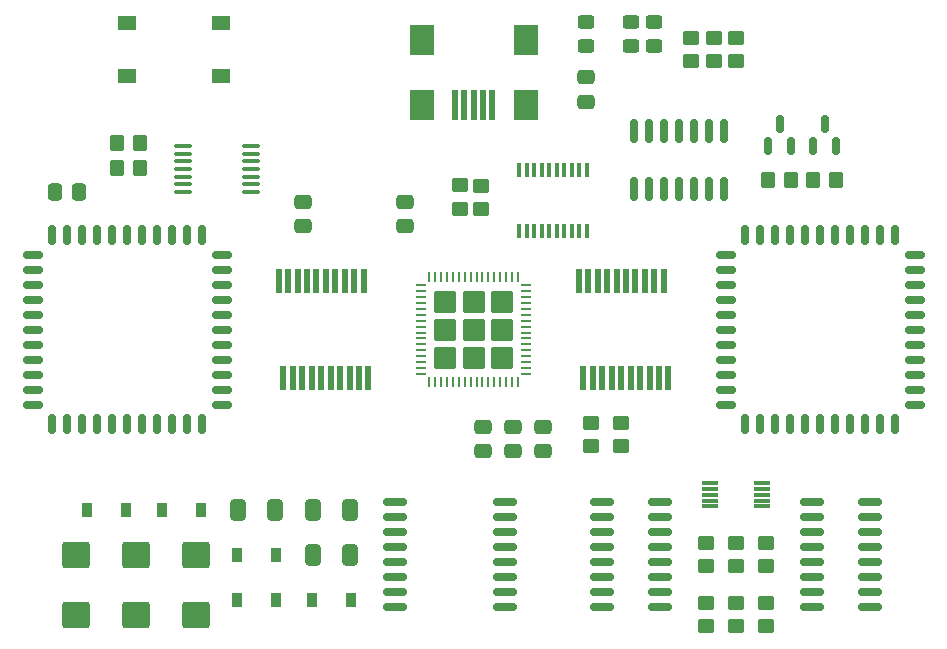
<source format=gbr>
G04 #@! TF.GenerationSoftware,KiCad,Pcbnew,(6.0.6-0)*
G04 #@! TF.CreationDate,2022-07-20T14:24:46-07:00*
G04 #@! TF.ProjectId,BreadControlV3,42726561-6443-46f6-9e74-726f6c56332e,rev?*
G04 #@! TF.SameCoordinates,Original*
G04 #@! TF.FileFunction,Paste,Top*
G04 #@! TF.FilePolarity,Positive*
%FSLAX46Y46*%
G04 Gerber Fmt 4.6, Leading zero omitted, Abs format (unit mm)*
G04 Created by KiCad (PCBNEW (6.0.6-0)) date 2022-07-20 14:24:46*
%MOMM*%
%LPD*%
G01*
G04 APERTURE LIST*
G04 Aperture macros list*
%AMRoundRect*
0 Rectangle with rounded corners*
0 $1 Rounding radius*
0 $2 $3 $4 $5 $6 $7 $8 $9 X,Y pos of 4 corners*
0 Add a 4 corners polygon primitive as box body*
4,1,4,$2,$3,$4,$5,$6,$7,$8,$9,$2,$3,0*
0 Add four circle primitives for the rounded corners*
1,1,$1+$1,$2,$3*
1,1,$1+$1,$4,$5*
1,1,$1+$1,$6,$7*
1,1,$1+$1,$8,$9*
0 Add four rect primitives between the rounded corners*
20,1,$1+$1,$2,$3,$4,$5,0*
20,1,$1+$1,$4,$5,$6,$7,0*
20,1,$1+$1,$6,$7,$8,$9,0*
20,1,$1+$1,$8,$9,$2,$3,0*%
G04 Aperture macros list end*
%ADD10RoundRect,0.250000X0.450000X-0.325000X0.450000X0.325000X-0.450000X0.325000X-0.450000X-0.325000X0*%
%ADD11RoundRect,0.250000X-0.925000X0.875000X-0.925000X-0.875000X0.925000X-0.875000X0.925000X0.875000X0*%
%ADD12RoundRect,0.250000X-0.450000X0.350000X-0.450000X-0.350000X0.450000X-0.350000X0.450000X0.350000X0*%
%ADD13R,0.400000X1.200000*%
%ADD14RoundRect,0.250000X0.450000X-0.350000X0.450000X0.350000X-0.450000X0.350000X-0.450000X-0.350000X0*%
%ADD15RoundRect,0.250000X-0.412500X-0.650000X0.412500X-0.650000X0.412500X0.650000X-0.412500X0.650000X0*%
%ADD16RoundRect,0.150000X-0.875000X-0.150000X0.875000X-0.150000X0.875000X0.150000X-0.875000X0.150000X0*%
%ADD17RoundRect,0.250000X-0.350000X-0.450000X0.350000X-0.450000X0.350000X0.450000X-0.350000X0.450000X0*%
%ADD18RoundRect,0.150000X-0.150000X0.825000X-0.150000X-0.825000X0.150000X-0.825000X0.150000X0.825000X0*%
%ADD19RoundRect,0.249999X0.710001X0.710001X-0.710001X0.710001X-0.710001X-0.710001X0.710001X-0.710001X0*%
%ADD20RoundRect,0.062500X0.350000X0.062500X-0.350000X0.062500X-0.350000X-0.062500X0.350000X-0.062500X0*%
%ADD21RoundRect,0.062500X0.062500X0.350000X-0.062500X0.350000X-0.062500X-0.350000X0.062500X-0.350000X0*%
%ADD22RoundRect,0.250000X0.412500X0.650000X-0.412500X0.650000X-0.412500X-0.650000X0.412500X-0.650000X0*%
%ADD23RoundRect,0.250000X0.350000X0.450000X-0.350000X0.450000X-0.350000X-0.450000X0.350000X-0.450000X0*%
%ADD24R,0.500000X2.500000*%
%ADD25R,2.000000X2.500000*%
%ADD26R,0.558800X2.108200*%
%ADD27RoundRect,0.250000X0.475000X-0.337500X0.475000X0.337500X-0.475000X0.337500X-0.475000X-0.337500X0*%
%ADD28RoundRect,0.250000X-0.475000X0.337500X-0.475000X-0.337500X0.475000X-0.337500X0.475000X0.337500X0*%
%ADD29R,0.900000X1.200000*%
%ADD30RoundRect,0.150000X0.150000X-0.587500X0.150000X0.587500X-0.150000X0.587500X-0.150000X-0.587500X0*%
%ADD31R,1.400000X0.300000*%
%ADD32RoundRect,0.150000X-0.150000X-0.700000X0.150000X-0.700000X0.150000X0.700000X-0.150000X0.700000X0*%
%ADD33RoundRect,0.150000X-0.700000X-0.150000X0.700000X-0.150000X0.700000X0.150000X-0.700000X0.150000X0*%
%ADD34R,1.550000X1.300000*%
%ADD35RoundRect,0.100000X0.637500X0.100000X-0.637500X0.100000X-0.637500X-0.100000X0.637500X-0.100000X0*%
%ADD36RoundRect,0.250000X0.337500X0.475000X-0.337500X0.475000X-0.337500X-0.475000X0.337500X-0.475000X0*%
%ADD37RoundRect,0.150000X-0.825000X-0.150000X0.825000X-0.150000X0.825000X0.150000X-0.825000X0.150000X0*%
G04 APERTURE END LIST*
D10*
X82550000Y-28076000D03*
X82550000Y-26026000D03*
D11*
X35560000Y-71110000D03*
X35560000Y-76210000D03*
D12*
X93980000Y-75200000D03*
X93980000Y-77200000D03*
D13*
X78803500Y-38548000D03*
X78168500Y-38548000D03*
X77533500Y-38548000D03*
X76898500Y-38548000D03*
X76263500Y-38548000D03*
X75628500Y-38548000D03*
X74993500Y-38548000D03*
X74358500Y-38548000D03*
X73723500Y-38548000D03*
X73088500Y-38548000D03*
X73088500Y-43748000D03*
X73723500Y-43748000D03*
X74358500Y-43748000D03*
X74993500Y-43748000D03*
X75628500Y-43748000D03*
X76263500Y-43748000D03*
X76898500Y-43748000D03*
X77533500Y-43748000D03*
X78168500Y-43748000D03*
X78803500Y-43748000D03*
D14*
X91440000Y-72120000D03*
X91440000Y-70120000D03*
X87630000Y-29337000D03*
X87630000Y-27337000D03*
X89535000Y-29337000D03*
X89535000Y-27337000D03*
D15*
X55587500Y-71120000D03*
X58712500Y-71120000D03*
D16*
X62533000Y-66675000D03*
X62533000Y-67945000D03*
X62533000Y-69215000D03*
X62533000Y-70485000D03*
X62533000Y-71755000D03*
X62533000Y-73025000D03*
X62533000Y-74295000D03*
X62533000Y-75565000D03*
X71833000Y-75565000D03*
X71833000Y-74295000D03*
X71833000Y-73025000D03*
X71833000Y-71755000D03*
X71833000Y-70485000D03*
X71833000Y-69215000D03*
X71833000Y-67945000D03*
X71833000Y-66675000D03*
D11*
X45720000Y-71110000D03*
X45720000Y-76210000D03*
D17*
X94123000Y-39370000D03*
X96123000Y-39370000D03*
D18*
X90424000Y-35244000D03*
X89154000Y-35244000D03*
X87884000Y-35244000D03*
X86614000Y-35244000D03*
X85344000Y-35244000D03*
X84074000Y-35244000D03*
X82804000Y-35244000D03*
X82804000Y-40194000D03*
X84074000Y-40194000D03*
X85344000Y-40194000D03*
X86614000Y-40194000D03*
X87884000Y-40194000D03*
X89154000Y-40194000D03*
X90424000Y-40194000D03*
D19*
X69215000Y-52070000D03*
X71595000Y-49690000D03*
X71595000Y-52070000D03*
X69215000Y-49690000D03*
X69215000Y-54450000D03*
X66835000Y-52070000D03*
X71595000Y-54450000D03*
X66835000Y-54450000D03*
X66835000Y-49690000D03*
D20*
X73652500Y-55820000D03*
X73652500Y-55320000D03*
X73652500Y-54820000D03*
X73652500Y-54320000D03*
X73652500Y-53820000D03*
X73652500Y-53320000D03*
X73652500Y-52820000D03*
X73652500Y-52320000D03*
X73652500Y-51820000D03*
X73652500Y-51320000D03*
X73652500Y-50820000D03*
X73652500Y-50320000D03*
X73652500Y-49820000D03*
X73652500Y-49320000D03*
X73652500Y-48820000D03*
X73652500Y-48320000D03*
D21*
X72965000Y-47632500D03*
X72465000Y-47632500D03*
X71965000Y-47632500D03*
X71465000Y-47632500D03*
X70965000Y-47632500D03*
X70465000Y-47632500D03*
X69965000Y-47632500D03*
X69465000Y-47632500D03*
X68965000Y-47632500D03*
X68465000Y-47632500D03*
X67965000Y-47632500D03*
X67465000Y-47632500D03*
X66965000Y-47632500D03*
X66465000Y-47632500D03*
X65965000Y-47632500D03*
X65465000Y-47632500D03*
D20*
X64777500Y-48320000D03*
X64777500Y-48820000D03*
X64777500Y-49320000D03*
X64777500Y-49820000D03*
X64777500Y-50320000D03*
X64777500Y-50820000D03*
X64777500Y-51320000D03*
X64777500Y-51820000D03*
X64777500Y-52320000D03*
X64777500Y-52820000D03*
X64777500Y-53320000D03*
X64777500Y-53820000D03*
X64777500Y-54320000D03*
X64777500Y-54820000D03*
X64777500Y-55320000D03*
X64777500Y-55820000D03*
D21*
X65465000Y-56507500D03*
X65965000Y-56507500D03*
X66465000Y-56507500D03*
X66965000Y-56507500D03*
X67465000Y-56507500D03*
X67965000Y-56507500D03*
X68465000Y-56507500D03*
X68965000Y-56507500D03*
X69465000Y-56507500D03*
X69965000Y-56507500D03*
X70465000Y-56507500D03*
X70965000Y-56507500D03*
X71465000Y-56507500D03*
X71965000Y-56507500D03*
X72465000Y-56507500D03*
X72965000Y-56507500D03*
D22*
X58712500Y-67310000D03*
X55587500Y-67310000D03*
D23*
X41005000Y-38354000D03*
X39005000Y-38354000D03*
D24*
X70815000Y-33080000D03*
X70015000Y-33080000D03*
X69215000Y-33080000D03*
X68415000Y-33080000D03*
X67615000Y-33080000D03*
D25*
X73615000Y-33080000D03*
X64815000Y-33080000D03*
X64815000Y-27580000D03*
X73615000Y-27580000D03*
D12*
X68045000Y-39856672D03*
X68045000Y-41856672D03*
D26*
X52715003Y-47974700D03*
X53515001Y-47974700D03*
X54315002Y-47974700D03*
X55115003Y-47974700D03*
X55915001Y-47974700D03*
X56715002Y-47974700D03*
X57515001Y-47974700D03*
X58315001Y-47974700D03*
X59115000Y-47974700D03*
X59915001Y-47974700D03*
X53114956Y-56174701D03*
X53914957Y-56174701D03*
X54714955Y-56174701D03*
X55514956Y-56174701D03*
X56314955Y-56174701D03*
X57114956Y-56174701D03*
X57914957Y-56174701D03*
X58714955Y-56174701D03*
X59514956Y-56174701D03*
X60314954Y-56174701D03*
D14*
X81661000Y-61960000D03*
X81661000Y-59960000D03*
D27*
X69977000Y-62378500D03*
X69977000Y-60303500D03*
D12*
X88900000Y-75200000D03*
X88900000Y-77200000D03*
D17*
X97933000Y-39370000D03*
X99933000Y-39370000D03*
D28*
X63373000Y-41253500D03*
X63373000Y-43328500D03*
D10*
X78740000Y-28076000D03*
X78740000Y-26026000D03*
D29*
X49150000Y-74930000D03*
X52450000Y-74930000D03*
X42800000Y-67310000D03*
X46100000Y-67310000D03*
D30*
X97983000Y-36497500D03*
X99883000Y-36497500D03*
X98933000Y-34622500D03*
D31*
X89240000Y-65040000D03*
X89240000Y-65540000D03*
X89240000Y-66040000D03*
X89240000Y-66540000D03*
X89240000Y-67040000D03*
X93640000Y-67040000D03*
X93640000Y-66540000D03*
X93640000Y-66040000D03*
X93640000Y-65540000D03*
X93640000Y-65040000D03*
D32*
X98552000Y-44070000D03*
X97282000Y-44070000D03*
X96012000Y-44070000D03*
X94742000Y-44070000D03*
X93472000Y-44070000D03*
X92202000Y-44070000D03*
D33*
X90552000Y-45720000D03*
X90552000Y-46990000D03*
X90552000Y-48260000D03*
X90552000Y-49530000D03*
X90552000Y-50800000D03*
X90552000Y-52070000D03*
X90552000Y-53340000D03*
X90552000Y-54610000D03*
X90552000Y-55880000D03*
X90552000Y-57150000D03*
X90552000Y-58420000D03*
D32*
X92202000Y-60070000D03*
X93472000Y-60070000D03*
X94742000Y-60070000D03*
X96012000Y-60070000D03*
X97282000Y-60070000D03*
X98552000Y-60070000D03*
X99822000Y-60070000D03*
X101092000Y-60070000D03*
X102362000Y-60070000D03*
X103632000Y-60070000D03*
X104902000Y-60070000D03*
D33*
X106552000Y-58420000D03*
X106552000Y-57150000D03*
X106552000Y-55880000D03*
X106552000Y-54610000D03*
X106552000Y-53340000D03*
X106552000Y-52070000D03*
X106552000Y-50800000D03*
X106552000Y-49530000D03*
X106552000Y-48260000D03*
X106552000Y-46990000D03*
X106552000Y-45720000D03*
D32*
X104902000Y-44070000D03*
X103632000Y-44070000D03*
X102362000Y-44070000D03*
X101092000Y-44070000D03*
X99822000Y-44070000D03*
D11*
X40640000Y-71110000D03*
X40640000Y-76210000D03*
D34*
X47795000Y-26096400D03*
X39835000Y-26096400D03*
X47795000Y-30596400D03*
X39835000Y-30596400D03*
D29*
X36450000Y-67310000D03*
X39750000Y-67310000D03*
D23*
X41005000Y-36245800D03*
X39005000Y-36245800D03*
D29*
X49150000Y-71120000D03*
X52450000Y-71120000D03*
D12*
X69823000Y-39878404D03*
X69823000Y-41878404D03*
X91440000Y-75200000D03*
X91440000Y-77200000D03*
D27*
X72517000Y-62378500D03*
X72517000Y-60303500D03*
D35*
X50360500Y-40431000D03*
X50360500Y-39781000D03*
X50360500Y-39131000D03*
X50360500Y-38481000D03*
X50360500Y-37831000D03*
X50360500Y-37181000D03*
X50360500Y-36531000D03*
X44635500Y-36531000D03*
X44635500Y-37181000D03*
X44635500Y-37831000D03*
X44635500Y-38481000D03*
X44635500Y-39131000D03*
X44635500Y-39781000D03*
X44635500Y-40431000D03*
D22*
X52362500Y-67310000D03*
X49237500Y-67310000D03*
D14*
X91440000Y-29337000D03*
X91440000Y-27337000D03*
D27*
X75057000Y-62378500D03*
X75057000Y-60303500D03*
X54737000Y-43328500D03*
X54737000Y-41253500D03*
X78740000Y-32787500D03*
X78740000Y-30712500D03*
D36*
X35835500Y-40386000D03*
X33760500Y-40386000D03*
D30*
X94173000Y-36497500D03*
X96073000Y-36497500D03*
X95123000Y-34622500D03*
D14*
X93980000Y-72120000D03*
X93980000Y-70120000D03*
D37*
X97855000Y-66675000D03*
X97855000Y-67945000D03*
X97855000Y-69215000D03*
X97855000Y-70485000D03*
X97855000Y-71755000D03*
X97855000Y-73025000D03*
X97855000Y-74295000D03*
X97855000Y-75565000D03*
X102805000Y-75565000D03*
X102805000Y-74295000D03*
X102805000Y-73025000D03*
X102805000Y-71755000D03*
X102805000Y-70485000D03*
X102805000Y-69215000D03*
X102805000Y-67945000D03*
X102805000Y-66675000D03*
D12*
X88900000Y-70120000D03*
X88900000Y-72120000D03*
D29*
X55500000Y-74930000D03*
X58800000Y-74930000D03*
D32*
X39878000Y-44070000D03*
X38608000Y-44070000D03*
X37338000Y-44070000D03*
X36068000Y-44070000D03*
X34798000Y-44070000D03*
X33528000Y-44070000D03*
D33*
X31878000Y-45720000D03*
X31878000Y-46990000D03*
X31878000Y-48260000D03*
X31878000Y-49530000D03*
X31878000Y-50800000D03*
X31878000Y-52070000D03*
X31878000Y-53340000D03*
X31878000Y-54610000D03*
X31878000Y-55880000D03*
X31878000Y-57150000D03*
X31878000Y-58420000D03*
D32*
X33528000Y-60070000D03*
X34798000Y-60070000D03*
X36068000Y-60070000D03*
X37338000Y-60070000D03*
X38608000Y-60070000D03*
X39878000Y-60070000D03*
X41148000Y-60070000D03*
X42418000Y-60070000D03*
X43688000Y-60070000D03*
X44958000Y-60070000D03*
X46228000Y-60070000D03*
D33*
X47878000Y-58420000D03*
X47878000Y-57150000D03*
X47878000Y-55880000D03*
X47878000Y-54610000D03*
X47878000Y-53340000D03*
X47878000Y-52070000D03*
X47878000Y-50800000D03*
X47878000Y-49530000D03*
X47878000Y-48260000D03*
X47878000Y-46990000D03*
X47878000Y-45720000D03*
D32*
X46228000Y-44070000D03*
X44958000Y-44070000D03*
X43688000Y-44070000D03*
X42418000Y-44070000D03*
X41148000Y-44070000D03*
D10*
X84455000Y-28076000D03*
X84455000Y-26026000D03*
D26*
X78514999Y-56165300D03*
X79315000Y-56165300D03*
X80114999Y-56165300D03*
X80914999Y-56165300D03*
X81714998Y-56165300D03*
X82514999Y-56165300D03*
X83314997Y-56165300D03*
X84114998Y-56165300D03*
X84914999Y-56165300D03*
X85714997Y-56165300D03*
X85315044Y-47965299D03*
X84515043Y-47965299D03*
X83715045Y-47965299D03*
X82915044Y-47965299D03*
X82115045Y-47965299D03*
X81315044Y-47965299D03*
X80515043Y-47965299D03*
X79715045Y-47965299D03*
X78915044Y-47965299D03*
X78115046Y-47965299D03*
D37*
X80075000Y-66675000D03*
X80075000Y-67945000D03*
X80075000Y-69215000D03*
X80075000Y-70485000D03*
X80075000Y-71755000D03*
X80075000Y-73025000D03*
X80075000Y-74295000D03*
X80075000Y-75565000D03*
X85025000Y-75565000D03*
X85025000Y-74295000D03*
X85025000Y-73025000D03*
X85025000Y-71755000D03*
X85025000Y-70485000D03*
X85025000Y-69215000D03*
X85025000Y-67945000D03*
X85025000Y-66675000D03*
D14*
X79121000Y-61960000D03*
X79121000Y-59960000D03*
M02*

</source>
